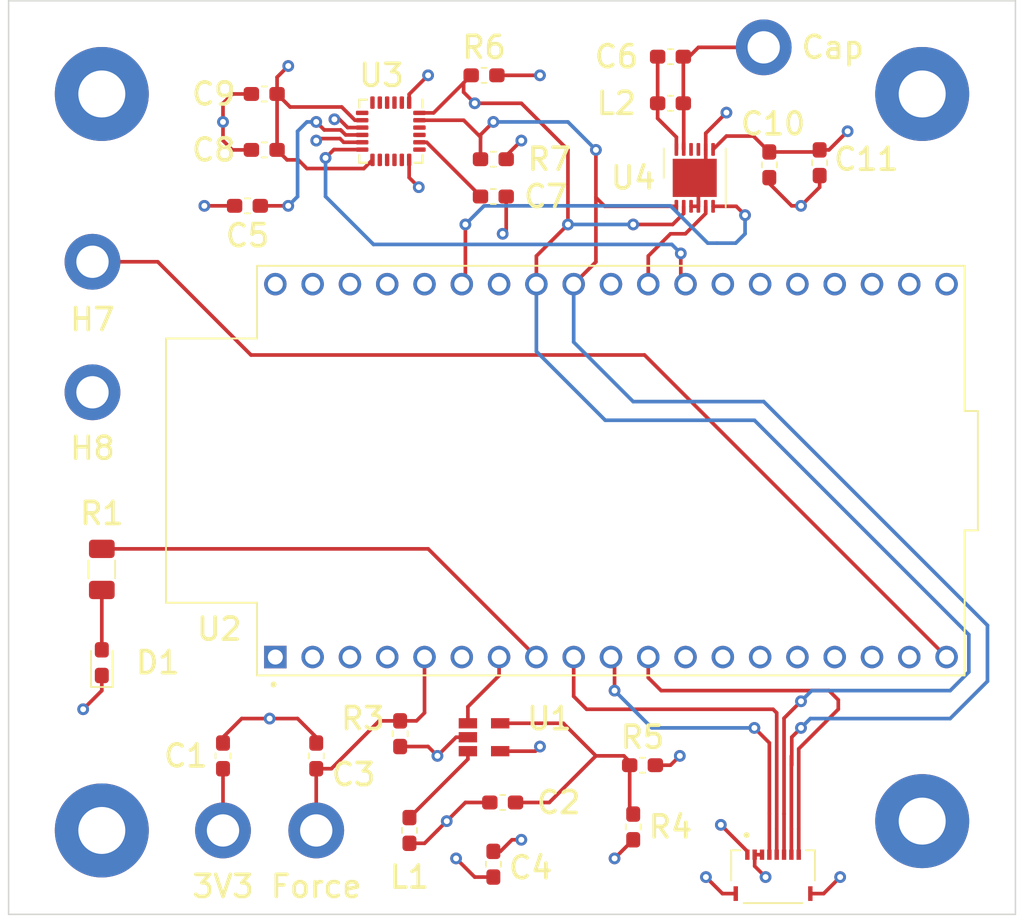
<source format=kicad_pcb>
(kicad_pcb (version 20171130) (host pcbnew "(5.1.6)-1")
  (layers (0 F.Cu signal) (1 In1.Cu signal hide) (2 In2.Cu signal hide) (31 B.Cu signal) (34 B.Paste user) (35 F.Paste user) (36 B.SilkS user) (37 F.SilkS user) (38 B.Mask user) (39 F.Mask user) (44 Edge.Cuts user))
  (net 0 "")
  (net 1 GND)
  (net 2 /ACOU_PROG)
  (net 3 /~ACOU_RST)
  (net 4 +1V8)
  (net 5 /MAIN_SDA)
  (net 6 /MAIN_SCL)
  (net 7 /ACOU_INT)
  (net 8 +3V3)
  (net 9 "Net-(C2-Pad2)")
  (net 10 "Net-(L1-Pad1)")
  (net 11 /1V8_EN)
  (net 12 "Net-(U2-Pad2)")
  (net 13 "Net-(U2-Pad3)")
  (net 14 "Net-(U2-Pad4)")
  (net 15 /FORCE_OUTPUT)
  (net 16 "Net-(U2-Pad6)")
  (net 17 /LED)
  (net 18 "Net-(U2-Pad12)")
  (net 19 "Net-(U2-Pad13)")
  (net 20 "Net-(U2-Pad15)")
  (net 21 "Net-(U2-Pad16)")
  (net 22 "Net-(U2-Pad17)")
  (net 23 "Net-(U2-Pad18)")
  (net 24 "Net-(U2-Pad20)")
  (net 25 "Net-(U2-Pad21)")
  (net 26 "Net-(U2-Pad22)")
  (net 27 "Net-(U2-Pad23)")
  (net 28 "Net-(U2-Pad24)")
  (net 29 "Net-(U2-Pad25)")
  (net 30 "Net-(U2-Pad26)")
  (net 31 /IMU_INT)
  (net 32 /CAP_INT)
  (net 33 "Net-(U2-Pad29)")
  (net 34 /CAP_SHUTDOWN)
  (net 35 "Net-(U2-Pad34)")
  (net 36 "Net-(U2-Pad35)")
  (net 37 "Net-(U2-Pad36)")
  (net 38 "Net-(U2-Pad37)")
  (net 39 "Net-(U3-Pad6)")
  (net 40 "Net-(U3-Pad7)")
  (net 41 "Net-(C5-Pad1)")
  (net 42 "Net-(C7-Pad1)")
  (net 43 "Net-(U4-Pad9)")
  (net 44 "Net-(U4-Pad10)")
  (net 45 /TO_CAP_PLATE)
  (net 46 "Net-(C6-Pad1)")
  (net 47 "Net-(H7-Pad1)")
  (net 48 "Net-(D1-Pad2)")
  (module Inductor_SMD:L_0603_1608Metric_Pad1.05x0.95mm_HandSolder (layer F.Cu) (at 155.575 102.235)
    (fp_text reference L2 (at -3.683 0) (layer F.SilkS) (effects (font (size 1.5 1.5) (thickness 0.25))))
    (fp_text value 18uH)
    (pad 2 smd roundrect (at 0.875 0) (size 1.05 0.95) (layers F.Cu F.Paste F.Mask) (net 45 /TO_CAP_PLATE))
    (pad 1 smd roundrect (at -0.875 0) (size 1.05 0.95) (layers F.Cu F.Paste F.Mask) (net 46 "Net-(C6-Pad1)"))
  )
  (module Inductor_SMD:L_0603_1608Metric_Pad1.05x0.95mm_HandSolder (layer F.Cu) (at 137.795 151.765 270)
    (fp_text reference L1 (at 3.175 0) (layer F.SilkS) (effects (font (size 1.5 1.5) (thickness 0.25))))
    (fp_text value 2.2uH)
    (pad 2 smd roundrect (at 0.875 0 270) (size 1.05 0.95) (layers F.Cu F.Paste F.Mask) (net 4 +1V8))
    (pad 1 smd roundrect (at -0.875 0 270) (size 1.05 0.95) (layers F.Cu F.Paste F.Mask) (net 10 "Net-(L1-Pad1)"))
  )
  (module MountingHole:MountingHole_2.2mm_M2_ISO14580_Pad (layer F.Cu) (at 161.925 98.425)
    (fp_text reference Cap (at 4.699 0) (layer F.SilkS) (effects (font (size 1.5 1.5) (thickness 0.25))))
    (fp_text value Solder)
    (pad 1 thru_hole circle (at 0 0) (size 3.8 3.8) (drill 2.2) (layers *.Cu *.Mask) (net 45 /TO_CAP_PLATE))
  )
  (module Capacitor_SMD:C_0603_1608Metric_Pad1.05x0.95mm_HandSolder (layer F.Cu) (at 165.735 106.285 90)
    (fp_text reference C11 (at 0.24 3.175) (layer F.SilkS) (effects (font (size 1.5 1.5) (thickness 0.25))))
    (fp_text value 1uF)
    (pad 2 smd roundrect (at 0.875 0 90) (size 1.05 0.95) (layers F.Cu F.Paste F.Mask) (net 8 +3V3))
    (pad 1 smd roundrect (at -0.875 0 90) (size 1.05 0.95) (layers F.Cu F.Paste F.Mask) (net 1 GND))
  )
  (module Capacitor_SMD:C_0603_1608Metric_Pad1.05x0.95mm_HandSolder (layer F.Cu) (at 127.903 101.6)
    (fp_text reference C9 (at -3.443 0) (layer F.SilkS) (effects (font (size 1.5 1.5) (thickness 0.25))))
    (fp_text value 10nF)
    (pad 2 smd roundrect (at 0.875 0) (size 1.05 0.95) (layers F.Cu F.Paste F.Mask) (net 8 +3V3))
    (pad 1 smd roundrect (at -0.875 0) (size 1.05 0.95) (layers F.Cu F.Paste F.Mask) (net 1 GND))
  )
  (module LED_SMD:LED_0603_1608Metric_Pad1.05x0.95mm_HandSolder (layer F.Cu) (at 116.84 140.335 90)
    (fp_text reference D1 (at 0 3.81) (layer F.SilkS) (effects (font (size 1.5 1.5) (thickness 0.25))))
    (fp_text value BLUE)
    (pad 2 smd roundrect (at 0.875 0 90) (size 1.05 0.95) (layers F.Cu F.Paste F.Mask) (net 48 "Net-(D1-Pad2)"))
    (pad 1 smd roundrect (at -0.875 0 90) (size 1.05 0.95) (layers F.Cu F.Paste F.Mask) (net 1 GND))
  )
  (module Capacitor_SMD:C_0603_1608Metric_Pad1.05x0.95mm_HandSolder (layer F.Cu) (at 127.903 105.41)
    (fp_text reference C8 (at -3.443 0) (layer F.SilkS) (effects (font (size 1.5 1.5) (thickness 0.25))))
    (fp_text value 0.1uF)
    (pad 2 smd roundrect (at 0.875 0) (size 1.05 0.95) (layers F.Cu F.Paste F.Mask) (net 8 +3V3))
    (pad 1 smd roundrect (at -0.875 0) (size 1.05 0.95) (layers F.Cu F.Paste F.Mask) (net 1 GND))
  )
  (module Capacitor_SMD:C_0603_1608Metric_Pad1.05x0.95mm_HandSolder (layer F.Cu) (at 162.306 106.426 90)
    (fp_text reference C10 (at 2.794 0.254) (layer F.SilkS) (effects (font (size 1.5 1.5) (thickness 0.25))))
    (fp_text value 0.1uF)
    (pad 2 smd roundrect (at 0.875 0 90) (size 1.05 0.95) (layers F.Cu F.Paste F.Mask) (net 8 +3V3))
    (pad 1 smd roundrect (at -0.875 0 90) (size 1.05 0.95) (layers F.Cu F.Paste F.Mask) (net 1 GND))
  )
  (module Capacitor_SMD:C_0603_1608Metric_Pad1.05x0.95mm_HandSolder (layer F.Cu) (at 143.51 108.585)
    (fp_text reference C7 (at 3.57 0) (layer F.SilkS) (effects (font (size 1.5 1.5) (thickness 0.25))))
    (fp_text value 2.2uF)
    (pad 2 smd roundrect (at 0.875 0) (size 1.05 0.95) (layers F.Cu F.Paste F.Mask) (net 1 GND))
    (pad 1 smd roundrect (at -0.875 0) (size 1.05 0.95) (layers F.Cu F.Paste F.Mask) (net 42 "Net-(C7-Pad1)"))
  )
  (module Capacitor_SMD:C_0603_1608Metric_Pad1.05x0.95mm_HandSolder (layer F.Cu) (at 155.575 99.06)
    (fp_text reference C6 (at -3.683 0) (layer F.SilkS) (effects (font (size 1.5 1.5) (thickness 0.25))))
    (fp_text value 33pF)
    (pad 2 smd roundrect (at 0.875 0) (size 1.05 0.95) (layers F.Cu F.Paste F.Mask) (net 45 /TO_CAP_PLATE))
    (pad 1 smd roundrect (at -0.875 0) (size 1.05 0.95) (layers F.Cu F.Paste F.Mask) (net 46 "Net-(C6-Pad1)"))
  )
  (module Capacitor_SMD:C_0603_1608Metric_Pad1.05x0.95mm_HandSolder (layer F.Cu) (at 126.76 109.22 180)
    (fp_text reference C5 (at 0 -2.032) (layer F.SilkS) (effects (font (size 1.5 1.5) (thickness 0.25))))
    (fp_text value 0.1uF)
    (pad 2 smd roundrect (at 0.875 0 180) (size 1.05 0.95) (layers F.Cu F.Paste F.Mask) (net 1 GND))
    (pad 1 smd roundrect (at -0.875 0 180) (size 1.05 0.95) (layers F.Cu F.Paste F.Mask) (net 41 "Net-(C5-Pad1)"))
  )
  (module Capacitor_SMD:C_0603_1608Metric_Pad1.05x0.95mm_HandSolder (layer F.Cu) (at 143.51 154.065 270)
    (fp_text reference C4 (at 0.24 -2.54 180) (layer F.SilkS) (effects (font (size 1.5 1.5) (thickness 0.25))))
    (fp_text value 22uF)
    (pad 2 smd roundrect (at 0.875 0 270) (size 1.05 0.95) (layers F.Cu F.Paste F.Mask) (net 1 GND))
    (pad 1 smd roundrect (at -0.875 0 270) (size 1.05 0.95) (layers F.Cu F.Paste F.Mask) (net 4 +1V8))
  )
  (module Capacitor_SMD:C_0603_1608Metric_Pad1.05x0.95mm_HandSolder (layer F.Cu) (at 131.445 146.685 270)
    (fp_text reference C3 (at 1.27 -2.54) (layer F.SilkS) (effects (font (size 1.5 1.5) (thickness 0.25))))
    (fp_text value 0.1uF)
    (pad 2 smd roundrect (at 0.875 0 270) (size 1.05 0.95) (layers F.Cu F.Paste F.Mask) (net 15 /FORCE_OUTPUT))
    (pad 1 smd roundrect (at -0.875 0 270) (size 1.05 0.95) (layers F.Cu F.Paste F.Mask) (net 1 GND))
  )
  (module Capacitor_SMD:C_0603_1608Metric_Pad1.05x0.95mm_HandSolder (layer F.Cu) (at 144.145 149.86)
    (fp_text reference C2 (at 3.81 0) (layer F.SilkS) (effects (font (size 1.5 1.5) (thickness 0.25))))
    (fp_text value 22pF)
    (pad 2 smd roundrect (at 0.875 0) (size 1.05 0.95) (layers F.Cu F.Paste F.Mask) (net 9 "Net-(C2-Pad2)"))
    (pad 1 smd roundrect (at -0.875 0) (size 1.05 0.95) (layers F.Cu F.Paste F.Mask) (net 4 +1V8))
  )
  (module Capacitor_SMD:C_0603_1608Metric_Pad1.05x0.95mm_HandSolder (layer F.Cu) (at 125.095 146.685 90)
    (fp_text reference C1 (at 0 -2.54) (layer F.SilkS) (effects (font (size 1.5 1.5) (thickness 0.25))))
    (fp_text value 22uF)
    (pad 2 smd roundrect (at 0.875 0 90) (size 1.05 0.95) (layers F.Cu F.Paste F.Mask) (net 1 GND))
    (pad 1 smd roundrect (at -0.875 0 90) (size 1.05 0.95) (layers F.Cu F.Paste F.Mask) (net 8 +3V3))
  )
  (module Resistor_SMD:R_0603_1608Metric_Pad1.05x0.95mm_HandSolder (layer F.Cu) (at 143.51 106.045)
    (fp_text reference R7 (at 3.81 0) (layer F.SilkS) (effects (font (size 1.5 1.5) (thickness 0.25))))
    (fp_text value 4.7k)
    (pad 2 smd roundrect (at 0.875 0) (size 1.05 0.95) (layers F.Cu F.Paste F.Mask) (net 8 +3V3))
    (pad 1 smd roundrect (at -0.875 0) (size 1.05 0.95) (layers F.Cu F.Paste F.Mask) (net 6 /MAIN_SCL))
  )
  (module Resistor_SMD:R_0603_1608Metric_Pad1.05x0.95mm_HandSolder (layer F.Cu) (at 142.875 100.33)
    (fp_text reference R6 (at 0 -1.905) (layer F.SilkS) (effects (font (size 1.5 1.5) (thickness 0.25))))
    (fp_text value 4.7k)
    (pad 2 smd roundrect (at 0.875 0) (size 1.05 0.95) (layers F.Cu F.Paste F.Mask) (net 8 +3V3))
    (pad 1 smd roundrect (at -0.875 0) (size 1.05 0.95) (layers F.Cu F.Paste F.Mask) (net 5 /MAIN_SDA))
  )
  (module Resistor_SMD:R_0603_1608Metric_Pad1.05x0.95mm_HandSolder (layer F.Cu) (at 153.67 147.32 180)
    (fp_text reference R5 (at 0 1.905) (layer F.SilkS) (effects (font (size 1.5 1.5) (thickness 0.25))))
    (fp_text value 150k)
    (pad 2 smd roundrect (at 0.875 0 180) (size 1.05 0.95) (layers F.Cu F.Paste F.Mask) (net 9 "Net-(C2-Pad2)"))
    (pad 1 smd roundrect (at -0.875 0 180) (size 1.05 0.95) (layers F.Cu F.Paste F.Mask) (net 1 GND))
  )
  (module Resistor_SMD:R_0603_1608Metric_Pad1.05x0.95mm_HandSolder (layer F.Cu) (at 153.035 151.525 270)
    (fp_text reference R4 (at 0 -2.54) (layer F.SilkS) (effects (font (size 1.5 1.5) (thickness 0.25))))
    (fp_text value 300k)
    (pad 2 smd roundrect (at 0.875 0 270) (size 1.05 0.95) (layers F.Cu F.Paste F.Mask) (net 4 +1V8))
    (pad 1 smd roundrect (at -0.875 0 270) (size 1.05 0.95) (layers F.Cu F.Paste F.Mask) (net 9 "Net-(C2-Pad2)"))
  )
  (module Resistor_SMD:R_0603_1608Metric_Pad1.05x0.95mm_HandSolder (layer F.Cu) (at 137.16 145.175 270)
    (fp_text reference R3 (at -1.03 2.54) (layer F.SilkS) (effects (font (size 1.5 1.5) (thickness 0.25))))
    (fp_text value 200k)
    (pad 2 smd roundrect (at 0.875 0 270) (size 1.05 0.95) (layers F.Cu F.Paste F.Mask) (net 1 GND))
    (pad 1 smd roundrect (at -0.875 0 270) (size 1.05 0.95) (layers F.Cu F.Paste F.Mask) (net 15 /FORCE_OUTPUT))
  )
  (module Resistor_SMD:R_1206_3216Metric (layer F.Cu) (at 116.84 133.985 90)
    (fp_text reference R1 (at 3.81 0) (layer F.SilkS) (effects (font (size 1.5 1.5) (thickness 0.25))))
    (fp_text value 80)
    (pad 2 smd roundrect (at 1.4 0 90) (size 1.25 1.75) (layers F.Cu F.Paste F.Mask) (roundrect_rratio 0.2) (net 17 /LED))
    (pad 1 smd roundrect (at -1.4 0 90) (size 1.25 1.75) (layers F.Cu F.Paste F.Mask) (roundrect_rratio 0.2) (net 48 "Net-(D1-Pad2)"))
  )
  (module MountingHole:MountingHole_2.2mm_M2_ISO14580_Pad (layer F.Cu) (at 116.205 121.92)
    (fp_text reference H8 (at 0 3.81) (layer F.SilkS) (effects (font (size 1.5 1.5) (thickness 0.25))))
    (fp_text value Solder)
    (pad 1 thru_hole circle (at 0 0) (size 3.8 3.8) (drill 2.2) (layers *.Cu *.Mask) (net 1 GND))
  )
  (module MountingHole:MountingHole_2.2mm_M2_ISO14580_Pad (layer F.Cu) (at 116.205 113.03)
    (fp_text reference H7 (at 0 3.937) (layer F.SilkS) (effects (font (size 1.5 1.5) (thickness 0.25))))
    (fp_text value "Solder (5V)")
    (pad 1 thru_hole circle (at 0 0) (size 3.8 3.8) (drill 2.2) (layers *.Cu *.Mask) (net 47 "Net-(H7-Pad1)"))
  )
  (module MountingHole:MountingHole_2.2mm_M2_ISO14580_Pad (layer F.Cu) (at 131.445 151.765)
    (fp_text reference Force (at 0 3.81) (layer F.SilkS) (effects (font (size 1.5 1.5) (thickness 0.25))))
    (fp_text value Solder)
    (pad 1 thru_hole circle (at 0 0) (size 3.8 3.8) (drill 2.2) (layers *.Cu *.Mask) (net 15 /FORCE_OUTPUT))
  )
  (module MountingHole:MountingHole_2.2mm_M2_ISO14580_Pad (layer F.Cu) (at 125.095 151.765)
    (fp_text reference 3V3 (at 0 3.81) (layer F.SilkS) (effects (font (size 1.5 1.5) (thickness 0.25))))
    (fp_text value Solder)
    (pad 1 thru_hole circle (at 0 0) (size 3.8 3.8) (drill 2.2) (layers *.Cu *.Mask) (net 8 +3V3))
  )
  (module MountingHole:MountingHole_3.2mm_M3_Pad (layer F.Cu) (at 116.84 101.6)
    (fp_text reference H1 hide)
    (fp_text value MountingHole_Pad)
    (pad 1 thru_hole circle (at 0 0) (size 6.4 6.4) (drill 3.2) (layers *.Cu *.Mask) (net 1 GND))
  )
  (module MountingHole:MountingHole_3.2mm_M3_Pad (layer F.Cu) (at 172.72 101.6)
    (fp_text reference H2 hide)
    (fp_text value MountingHole_Pad)
    (pad 1 thru_hole circle (at 0 0) (size 6.4 6.4) (drill 3.2) (layers *.Cu *.Mask) (net 1 GND))
  )
  (module MountingHole:MountingHole_3.2mm_M3_Pad (layer F.Cu) (at 172.72 151.13)
    (fp_text reference H3 hide)
    (fp_text value MountingHole_Pad)
    (pad 1 thru_hole circle (at 0 0) (size 6.4 6.4) (drill 3.2) (layers *.Cu *.Mask) (net 1 GND))
  )
  (module MountingHole:MountingHole_3.2mm_M3_Pad (layer F.Cu) (at 116.84 151.765)
    (fp_text reference H4 hide)
    (fp_text value MountingHole_Pad)
    (pad 1 thru_hole circle (at 0 0) (size 6.4 6.4) (drill 3.2) (layers *.Cu *.Mask) (net 1 GND))
  )
  (module external_footprints:MOLEX_5034800800 (layer F.Cu) (at 162.56 153.416)
    (fp_text reference J1 hide)
    (fp_text value 5034800800)
    (pad 5 smd rect (at 0.25 0) (size 0.3 0.7) (layers F.Cu F.Paste F.Mask) (net 2 /ACOU_PROG))
    (pad 4 smd rect (at -0.25 0) (size 0.3 0.7) (layers F.Cu F.Paste F.Mask) (net 3 /~ACOU_RST))
    (pad 3 smd rect (at -0.75 0) (size 0.3 0.7) (layers F.Cu F.Paste F.Mask) (net 1 GND))
    (pad 2 smd rect (at -1.25 0) (size 0.3 0.7) (layers F.Cu F.Paste F.Mask) (net 1 GND))
    (pad 1 smd rect (at -1.75 0) (size 0.3 0.7) (layers F.Cu F.Paste F.Mask) (net 4 +1V8))
    (pad 6 smd rect (at 0.75 0) (size 0.3 0.7) (layers F.Cu F.Paste F.Mask) (net 5 /MAIN_SDA))
    (pad 7 smd rect (at 1.25 0) (size 0.3 0.7) (layers F.Cu F.Paste F.Mask) (net 6 /MAIN_SCL))
    (pad 8 smd rect (at 1.75 0) (size 0.3 0.7) (layers F.Cu F.Paste F.Mask) (net 7 /ACOU_INT))
    (pad S1 smd rect (at -2.54 2.65) (size 0.3 1) (layers F.Cu F.Paste F.Mask) (net 1 GND))
    (pad S2 smd rect (at 2.54 2.65) (size 0.3 1) (layers F.Cu F.Paste F.Mask) (net 1 GND))
  )
  (module TSOT25:TSOT25 (layer F.Cu) (at 142.875 145.415 180)
    (fp_text reference U1 (at -4.445 1.27) (layer F.SilkS) (effects (font (size 1.5 1.5) (thickness 0.25))))
    (fp_text value AP3429A)
    (pad 4 smd rect (at -1.1 -0.95 180) (size 1.25 0.7) (layers F.Cu F.Paste F.Mask) (net 8 +3V3))
    (pad 5 smd rect (at -1.1 0.95 180) (size 1.25 0.7) (layers F.Cu F.Paste F.Mask) (net 9 "Net-(C2-Pad2)"))
    (pad 3 smd rect (at 1.1 -0.95 180) (size 1.25 0.7) (layers F.Cu F.Paste F.Mask) (net 10 "Net-(L1-Pad1)"))
    (pad 2 smd rect (at 1.1 0 180) (size 1.25 0.7) (layers F.Cu F.Paste F.Mask) (net 1 GND))
    (pad 1 smd rect (at 1.1 0.95 180) (size 1.25 0.7) (layers F.Cu F.Paste F.Mask) (net 11 /1V8_EN))
  )
  (module external_footprints:MODULE_ESP32-DEVKITC (layer F.Cu) (at 151.511 127.254 90)
    (fp_text reference U2 (at -10.795 -26.67 180) (layer F.SilkS) (effects (font (size 1.5 1.5) (thickness 0.25))))
    (fp_text value ESP32-DEVKITC)
    (pad 1 thru_hole rect (at -12.7 -22.85 90) (size 1.53 1.53) (drill 1.02) (layers *.Cu *.Mask) (net 8 +3V3))
    (pad 2 thru_hole circle (at -12.7 -20.31 90) (size 1.53 1.53) (drill 1.02) (layers *.Cu *.Mask) (net 12 "Net-(U2-Pad2)"))
    (pad 3 thru_hole circle (at -12.7 -17.77 90) (size 1.53 1.53) (drill 1.02) (layers *.Cu *.Mask) (net 13 "Net-(U2-Pad3)"))
    (pad 4 thru_hole circle (at -12.7 -15.23 90) (size 1.53 1.53) (drill 1.02) (layers *.Cu *.Mask) (net 14 "Net-(U2-Pad4)"))
    (pad 5 thru_hole circle (at -12.7 -12.69 90) (size 1.53 1.53) (drill 1.02) (layers *.Cu *.Mask) (net 15 /FORCE_OUTPUT))
    (pad 6 thru_hole circle (at -12.7 -10.15 90) (size 1.53 1.53) (drill 1.02) (layers *.Cu *.Mask) (net 16 "Net-(U2-Pad6)"))
    (pad 7 thru_hole circle (at -12.7 -7.61 90) (size 1.53 1.53) (drill 1.02) (layers *.Cu *.Mask) (net 11 /1V8_EN))
    (pad 8 thru_hole circle (at -12.7 -5.07 90) (size 1.53 1.53) (drill 1.02) (layers *.Cu *.Mask) (net 17 /LED))
    (pad 9 thru_hole circle (at -12.7 -2.53 90) (size 1.53 1.53) (drill 1.02) (layers *.Cu *.Mask) (net 2 /ACOU_PROG))
    (pad 10 thru_hole circle (at -12.7 0.01 90) (size 1.53 1.53) (drill 1.02) (layers *.Cu *.Mask) (net 3 /~ACOU_RST))
    (pad 11 thru_hole circle (at -12.7 2.55 90) (size 1.53 1.53) (drill 1.02) (layers *.Cu *.Mask) (net 7 /ACOU_INT))
    (pad 12 thru_hole circle (at -12.7 5.09 90) (size 1.53 1.53) (drill 1.02) (layers *.Cu *.Mask) (net 18 "Net-(U2-Pad12)"))
    (pad 13 thru_hole circle (at -12.7 7.63 90) (size 1.53 1.53) (drill 1.02) (layers *.Cu *.Mask) (net 19 "Net-(U2-Pad13)"))
    (pad 14 thru_hole circle (at -12.7 10.17 90) (size 1.53 1.53) (drill 1.02) (layers *.Cu *.Mask) (net 1 GND))
    (pad 15 thru_hole circle (at -12.7 12.71 90) (size 1.53 1.53) (drill 1.02) (layers *.Cu *.Mask) (net 20 "Net-(U2-Pad15)"))
    (pad 16 thru_hole circle (at -12.7 15.25 90) (size 1.53 1.53) (drill 1.02) (layers *.Cu *.Mask) (net 21 "Net-(U2-Pad16)"))
    (pad 17 thru_hole circle (at -12.7 17.79 90) (size 1.53 1.53) (drill 1.02) (layers *.Cu *.Mask) (net 22 "Net-(U2-Pad17)"))
    (pad 18 thru_hole circle (at -12.7 20.33 90) (size 1.53 1.53) (drill 1.02) (layers *.Cu *.Mask) (net 23 "Net-(U2-Pad18)"))
    (pad 19 thru_hole circle (at -12.7 22.87 90) (size 1.53 1.53) (drill 1.02) (layers *.Cu *.Mask) (net 47 "Net-(H7-Pad1)"))
    (pad 20 thru_hole circle (at 12.7 22.87 90) (size 1.53 1.53) (drill 1.02) (layers *.Cu *.Mask) (net 24 "Net-(U2-Pad20)"))
    (pad 21 thru_hole circle (at 12.7 20.33 90) (size 1.53 1.53) (drill 1.02) (layers *.Cu *.Mask) (net 25 "Net-(U2-Pad21)"))
    (pad 22 thru_hole circle (at 12.7 17.79 90) (size 1.53 1.53) (drill 1.02) (layers *.Cu *.Mask) (net 26 "Net-(U2-Pad22)"))
    (pad 23 thru_hole circle (at 12.7 15.25 90) (size 1.53 1.53) (drill 1.02) (layers *.Cu *.Mask) (net 27 "Net-(U2-Pad23)"))
    (pad 24 thru_hole circle (at 12.7 12.71 90) (size 1.53 1.53) (drill 1.02) (layers *.Cu *.Mask) (net 28 "Net-(U2-Pad24)"))
    (pad 25 thru_hole circle (at 12.7 10.17 90) (size 1.53 1.53) (drill 1.02) (layers *.Cu *.Mask) (net 29 "Net-(U2-Pad25)"))
    (pad 26 thru_hole circle (at 12.7 7.63 90) (size 1.53 1.53) (drill 1.02) (layers *.Cu *.Mask) (net 30 "Net-(U2-Pad26)"))
    (pad 27 thru_hole circle (at 12.7 5.09 90) (size 1.53 1.53) (drill 1.02) (layers *.Cu *.Mask) (net 31 /IMU_INT))
    (pad 28 thru_hole circle (at 12.7 2.55 90) (size 1.53 1.53) (drill 1.02) (layers *.Cu *.Mask) (net 32 /CAP_INT))
    (pad 29 thru_hole circle (at 12.7 0.01 90) (size 1.53 1.53) (drill 1.02) (layers *.Cu *.Mask) (net 33 "Net-(U2-Pad29)"))
    (pad 30 thru_hole circle (at 12.7 -2.53 90) (size 1.53 1.53) (drill 1.02) (layers *.Cu *.Mask) (net 6 /MAIN_SCL))
    (pad 31 thru_hole circle (at 12.7 -5.07 90) (size 1.53 1.53) (drill 1.02) (layers *.Cu *.Mask) (net 5 /MAIN_SDA))
    (pad 32 thru_hole circle (at 12.7 -7.61 90) (size 1.53 1.53) (drill 1.02) (layers *.Cu *.Mask) (net 1 GND))
    (pad 33 thru_hole circle (at 12.7 -10.15 90) (size 1.53 1.53) (drill 1.02) (layers *.Cu *.Mask) (net 34 /CAP_SHUTDOWN))
    (pad 34 thru_hole circle (at 12.7 -12.69 90) (size 1.53 1.53) (drill 1.02) (layers *.Cu *.Mask) (net 35 "Net-(U2-Pad34)"))
    (pad 35 thru_hole circle (at 12.7 -15.23 90) (size 1.53 1.53) (drill 1.02) (layers *.Cu *.Mask) (net 36 "Net-(U2-Pad35)"))
    (pad 36 thru_hole circle (at 12.7 -17.77 90) (size 1.53 1.53) (drill 1.02) (layers *.Cu *.Mask) (net 37 "Net-(U2-Pad36)"))
    (pad 37 thru_hole circle (at 12.7 -20.31 90) (size 1.53 1.53) (drill 1.02) (layers *.Cu *.Mask) (net 38 "Net-(U2-Pad37)"))
    (pad 38 thru_hole circle (at 12.7 -22.85 90) (size 1.53 1.53) (drill 1.02) (layers *.Cu *.Mask) (net 1 GND))
  )
  (module Sensor_Motion:InvenSense_QFN-24_4x4mm_P0.5mm (layer F.Cu) (at 136.525 104.14 270)
    (fp_text reference U3 (at -3.81 0.635) (layer F.SilkS) (effects (font (size 1.5 1.5) (thickness 0.25))))
    (fp_text value MPU-6050)
    (pad 1 smd roundrect (at -1.95 -1.25 270) (size 0.85 0.3) (layers F.Cu F.Paste F.Mask) (net 1 GND))
    (pad 2 smd roundrect (at -1.95 -0.75 270) (size 0.85 0.3) (layers F.Cu F.Paste F.Mask))
    (pad 3 smd roundrect (at -1.95 -0.25 270) (size 0.85 0.3) (layers F.Cu F.Paste F.Mask))
    (pad 4 smd roundrect (at -1.95 0.25 270) (size 0.85 0.3) (layers F.Cu F.Paste F.Mask))
    (pad 5 smd roundrect (at -1.95 0.75 270) (size 0.85 0.3) (layers F.Cu F.Paste F.Mask))
    (pad 6 smd roundrect (at -1.95 1.25 270) (size 0.85 0.3) (layers F.Cu F.Paste F.Mask) (net 39 "Net-(U3-Pad6)"))
    (pad 7 smd roundrect (at -1.25 1.95) (size 0.85 0.3) (layers F.Cu F.Paste F.Mask) (net 40 "Net-(U3-Pad7)"))
    (pad 8 smd roundrect (at -0.75 1.95) (size 0.85 0.3) (layers F.Cu F.Paste F.Mask) (net 8 +3V3))
    (pad 9 smd roundrect (at -0.25 1.95) (size 0.85 0.3) (layers F.Cu F.Paste F.Mask) (net 1 GND))
    (pad 10 smd roundrect (at 0.25 1.95) (size 0.85 0.3) (layers F.Cu F.Paste F.Mask) (net 41 "Net-(C5-Pad1)"))
    (pad 11 smd roundrect (at 0.75 1.95) (size 0.85 0.3) (layers F.Cu F.Paste F.Mask) (net 1 GND))
    (pad 12 smd roundrect (at 1.25 1.95) (size 0.85 0.3) (layers F.Cu F.Paste F.Mask) (net 31 /IMU_INT))
    (pad 13 smd roundrect (at 1.95 1.25 270) (size 0.85 0.3) (layers F.Cu F.Paste F.Mask) (net 8 +3V3))
    (pad 14 smd roundrect (at 1.95 0.75 270) (size 0.85 0.3) (layers F.Cu F.Paste F.Mask))
    (pad 15 smd roundrect (at 1.95 0.25 270) (size 0.85 0.3) (layers F.Cu F.Paste F.Mask))
    (pad 16 smd roundrect (at 1.95 -0.25 270) (size 0.85 0.3) (layers F.Cu F.Paste F.Mask))
    (pad 17 smd roundrect (at 1.95 -0.75 270) (size 0.85 0.3) (layers F.Cu F.Paste F.Mask))
    (pad 18 smd roundrect (at 1.95 -1.25 270) (size 0.85 0.3) (layers F.Cu F.Paste F.Mask) (net 1 GND))
    (pad 19 smd roundrect (at 1.25 -1.95) (size 0.85 0.3) (layers F.Cu F.Paste F.Mask))
    (pad 20 smd roundrect (at 0.75 -1.95) (size 0.85 0.3) (layers F.Cu F.Paste F.Mask) (net 42 "Net-(C7-Pad1)"))
    (pad 21 smd roundrect (at 0.25 -1.95) (size 0.85 0.3) (layers F.Cu F.Paste F.Mask))
    (pad 22 smd roundrect (at -0.25 -1.95) (size 0.85 0.3) (layers F.Cu F.Paste F.Mask))
    (pad 23 smd roundrect (at -0.75 -1.95) (size 0.85 0.3) (layers F.Cu F.Paste F.Mask) (net 6 /MAIN_SCL))
    (pad 24 smd roundrect (at -1.25 -1.95) (size 0.85 0.3) (layers F.Cu F.Paste F.Mask) (net 5 /MAIN_SDA))
  )
  (module Package_SON:WSON-12-1EP_4x4mm_P0.5mm_EP2.6x3mm (layer F.Cu) (at 157.226 107.315 90)
    (fp_text reference U4 (at 0 -4.191) (layer F.SilkS) (effects (font (size 1.5 1.5) (thickness 0.25))))
    (fp_text value FDC2212)
    (pad 1 smd roundrect (at -1.9375 -1.25 90) (size 0.875 0.25) (layers F.Cu F.Paste F.Mask) (net 6 /MAIN_SCL))
    (pad 2 smd roundrect (at -1.9375 -0.75 90) (size 0.875 0.25) (layers F.Cu F.Paste F.Mask) (net 5 /MAIN_SDA))
    (pad 3 smd roundrect (at -1.9375 -0.25 90) (size 0.875 0.25) (layers F.Cu F.Paste F.Mask) (net 1 GND))
    (pad 4 smd roundrect (at -1.9375 0.25 90) (size 0.875 0.25) (layers F.Cu F.Paste F.Mask) (net 1 GND))
    (pad 5 smd roundrect (at -1.9375 0.75 90) (size 0.875 0.25) (layers F.Cu F.Paste F.Mask) (net 32 /CAP_INT))
    (pad 6 smd roundrect (at -1.9375 1.25 90) (size 0.875 0.25) (layers F.Cu F.Paste F.Mask) (net 34 /CAP_SHUTDOWN))
    (pad 7 smd roundrect (at 1.9375 1.25 90) (size 0.875 0.25) (layers F.Cu F.Paste F.Mask) (net 8 +3V3))
    (pad 8 smd roundrect (at 1.9375 0.75 90) (size 0.875 0.25) (layers F.Cu F.Paste F.Mask) (net 1 GND))
    (pad 9 smd roundrect (at 1.9375 0.25 90) (size 0.875 0.25) (layers F.Cu F.Paste F.Mask) (net 43 "Net-(U4-Pad9)"))
    (pad 10 smd roundrect (at 1.9375 -0.25 90) (size 0.875 0.25) (layers F.Cu F.Paste F.Mask) (net 44 "Net-(U4-Pad10)"))
    (pad 11 smd roundrect (at 1.9375 -0.75 90) (size 0.875 0.25) (layers F.Cu F.Paste F.Mask) (net 45 /TO_CAP_PLATE))
    (pad 12 smd roundrect (at 1.9375 -1.25 90) (size 0.875 0.25) (layers F.Cu F.Paste F.Mask) (net 46 "Net-(C6-Pad1)"))
    (pad 13 smd rect (at 0 0 90) (size 2.6 3) (layers F.Cu F.Mask) (net 1 GND))
  )
  (gr_line (start 179.07 95.25) (end 179.07 157.48) (layer Edge.Cuts) (width 0.1))
  (gr_line (start 110.49 95.25) (end 179.07 95.25) (layer Edge.Cuts) (width 0.1))
  (gr_line (start 110.49 157.48) (end 110.49 95.25) (layer Edge.Cuts) (width 0.1))
  (gr_line (start 179.07 157.48) (end 110.49 157.48) (layer Edge.Cuts) (width 0.1))
  (segment (start 127.028 105.41) (end 127 105.41) (width 0.25) (layer F.Cu) (net 1))
  (segment (start 137.775 102.19) (end 137.775 101.62) (width 0.25) (layer F.Cu) (net 1))
  (via (at 139.065 100.33) (size 0.8) (drill 0.4) (layers F.Cu B.Cu) (net 1))
  (segment (start 137.775 101.62) (end 139.065 100.33) (width 0.25) (layer F.Cu) (net 1))
  (segment (start 131.580001 104.639999) (end 131.445 104.775) (width 0.25) (layer F.Cu) (net 1))
  (via (at 131.445 104.775) (size 0.8) (drill 0.4) (layers F.Cu B.Cu) (net 1))
  (segment (start 134.575 104.89) (end 133.313002 104.89) (width 0.25) (layer F.Cu) (net 1))
  (segment (start 133.063001 104.639999) (end 131.580001 104.639999) (width 0.25) (layer F.Cu) (net 1))
  (segment (start 133.313002 104.89) (end 133.063001 104.639999) (width 0.25) (layer F.Cu) (net 1))
  (via (at 132.684364 103.324999) (size 0.8) (drill 0.4) (layers F.Cu B.Cu) (net 1))
  (segment (start 133.020821 103.324999) (end 132.684364 103.324999) (width 0.25) (layer F.Cu) (net 1))
  (segment (start 134.575 103.89) (end 133.585822 103.89) (width 0.25) (layer F.Cu) (net 1))
  (segment (start 133.585822 103.89) (end 133.020821 103.324999) (width 0.25) (layer F.Cu) (net 1))
  (via (at 125.095 103.505) (size 0.8) (drill 0.4) (layers F.Cu B.Cu) (net 1))
  (segment (start 127.028 105.41) (end 125.73 105.41) (width 0.25) (layer F.Cu) (net 1))
  (segment (start 125.095 104.775) (end 125.095 103.505) (width 0.25) (layer F.Cu) (net 1))
  (segment (start 125.73 105.41) (end 125.095 104.775) (width 0.25) (layer F.Cu) (net 1))
  (via (at 123.825 109.22) (size 0.8) (drill 0.4) (layers F.Cu B.Cu) (net 1))
  (segment (start 125.885 109.22) (end 123.825 109.22) (width 0.25) (layer F.Cu) (net 1))
  (segment (start 137.775 106.09) (end 137.775 107.295) (width 0.25) (layer F.Cu) (net 1))
  (via (at 138.43 107.95) (size 0.8) (drill 0.4) (layers F.Cu B.Cu) (net 1))
  (segment (start 137.775 107.295) (end 138.43 107.95) (width 0.25) (layer F.Cu) (net 1))
  (via (at 144.145 111.125) (size 0.8) (drill 0.4) (layers F.Cu B.Cu) (net 1))
  (segment (start 144.385 108.585) (end 144.385 110.885) (width 0.25) (layer F.Cu) (net 1))
  (segment (start 144.385 110.885) (end 144.145 111.125) (width 0.25) (layer F.Cu) (net 1))
  (segment (start 158.02599 104.22901) (end 159.385 102.87) (width 0.25) (layer F.Cu) (net 1))
  (via (at 159.385 102.87) (size 0.8) (drill 0.4) (layers F.Cu B.Cu) (net 1))
  (segment (start 157.976 104.279) (end 158.02599 104.22901) (width 0.25) (layer F.Cu) (net 1))
  (segment (start 157.976 105.3775) (end 157.976 104.279) (width 0.25) (layer F.Cu) (net 1))
  (segment (start 156.976 109.2525) (end 157.476 109.2525) (width 0.25) (layer F.Cu) (net 1))
  (segment (start 162.306 107.301) (end 162.306 107.696) (width 0.25) (layer F.Cu) (net 1))
  (via (at 164.465 109.22) (size 0.8) (drill 0.4) (layers F.Cu B.Cu) (net 1))
  (segment (start 162.306 107.696) (end 163.83 109.22) (width 0.25) (layer F.Cu) (net 1))
  (segment (start 163.83 109.22) (end 164.465 109.22) (width 0.25) (layer F.Cu) (net 1))
  (segment (start 165.735 107.95) (end 164.465 109.22) (width 0.25) (layer F.Cu) (net 1))
  (segment (start 165.735 107.16) (end 165.735 107.95) (width 0.25) (layer F.Cu) (net 1))
  (segment (start 157.976 106.565) (end 157.976 105.3775) (width 0.25) (layer F.Cu) (net 1))
  (segment (start 157.226 107.315) (end 157.976 106.565) (width 0.25) (layer F.Cu) (net 1))
  (segment (start 157.476 107.565) (end 157.226 107.315) (width 0.25) (layer F.Cu) (net 1))
  (segment (start 157.476 109.2525) (end 157.476 107.565) (width 0.25) (layer F.Cu) (net 1))
  (segment (start 141.775 145.415) (end 140.97 145.415) (width 0.25) (layer F.Cu) (net 1))
  (via (at 139.7 146.685) (size 0.8) (drill 0.4) (layers F.Cu B.Cu) (net 1))
  (segment (start 140.97 145.415) (end 139.7 146.685) (width 0.25) (layer F.Cu) (net 1))
  (segment (start 139.065 146.05) (end 139.7 146.685) (width 0.25) (layer F.Cu) (net 1))
  (segment (start 137.16 146.05) (end 139.065 146.05) (width 0.25) (layer F.Cu) (net 1))
  (via (at 115.57 143.51) (size 0.8) (drill 0.4) (layers F.Cu B.Cu) (net 1))
  (segment (start 116.84 141.21) (end 116.84 142.24) (width 0.25) (layer F.Cu) (net 1))
  (segment (start 116.84 142.24) (end 115.57 143.51) (width 0.25) (layer F.Cu) (net 1))
  (segment (start 125.095 145.81) (end 125.095 145.415) (width 0.25) (layer F.Cu) (net 1))
  (segment (start 125.095 145.415) (end 126.365 144.145) (width 0.25) (layer F.Cu) (net 1))
  (via (at 128.27 144.145) (size 0.8) (drill 0.4) (layers F.Cu B.Cu) (net 1))
  (segment (start 126.365 144.145) (end 128.27 144.145) (width 0.25) (layer F.Cu) (net 1))
  (segment (start 131.445 145.81) (end 131.445 145.415) (width 0.25) (layer F.Cu) (net 1))
  (segment (start 130.175 144.145) (end 128.27 144.145) (width 0.25) (layer F.Cu) (net 1))
  (segment (start 131.445 145.415) (end 130.175 144.145) (width 0.25) (layer F.Cu) (net 1))
  (segment (start 143.51 154.94) (end 142.24 154.94) (width 0.25) (layer F.Cu) (net 1))
  (via (at 140.97 153.67) (size 0.8) (drill 0.4) (layers F.Cu B.Cu) (net 1))
  (segment (start 142.24 154.94) (end 140.97 153.67) (width 0.25) (layer F.Cu) (net 1))
  (via (at 156.21 146.685) (size 0.8) (drill 0.4) (layers F.Cu B.Cu) (net 1))
  (segment (start 154.545 147.32) (end 155.575 147.32) (width 0.25) (layer F.Cu) (net 1))
  (segment (start 155.575 147.32) (end 156.21 146.685) (width 0.25) (layer F.Cu) (net 1))
  (segment (start 127.028 101.6) (end 125.73 101.6) (width 0.25) (layer F.Cu) (net 1))
  (segment (start 125.095 102.235) (end 125.095 103.505) (width 0.25) (layer F.Cu) (net 1))
  (segment (start 125.73 101.6) (end 125.095 102.235) (width 0.25) (layer F.Cu) (net 1))
  (segment (start 161.31 153.416) (end 161.81 153.416) (width 0.25) (layer F.Cu) (net 1))
  (via (at 162.052 154.94) (size 0.8) (drill 0.4) (layers F.Cu B.Cu) (net 1))
  (segment (start 161.31 153.416) (end 161.31 154.198) (width 0.25) (layer F.Cu) (net 1))
  (segment (start 161.31 154.198) (end 162.052 154.94) (width 0.25) (layer F.Cu) (net 1))
  (via (at 167.132 154.94) (size 0.8) (drill 0.4) (layers F.Cu B.Cu) (net 1))
  (segment (start 165.1 156.066) (end 166.006 156.066) (width 0.25) (layer F.Cu) (net 1))
  (segment (start 166.006 156.066) (end 167.132 154.94) (width 0.25) (layer F.Cu) (net 1))
  (via (at 157.988 154.94) (size 0.8) (drill 0.4) (layers F.Cu B.Cu) (net 1))
  (segment (start 160.02 156.066) (end 159.114 156.066) (width 0.25) (layer F.Cu) (net 1))
  (segment (start 159.114 156.066) (end 157.988 154.94) (width 0.25) (layer F.Cu) (net 1))
  (segment (start 162.81 151.642) (end 162.81 153.416) (width 0.25) (layer F.Cu) (net 2))
  (segment (start 148.981 142.631) (end 149.86 143.51) (width 0.25) (layer F.Cu) (net 2))
  (segment (start 148.981 139.954) (end 148.981 142.631) (width 0.25) (layer F.Cu) (net 2))
  (segment (start 149.86 143.51) (end 162.56 143.51) (width 0.25) (layer F.Cu) (net 2))
  (segment (start 162.56 143.51) (end 162.81 143.76) (width 0.25) (layer F.Cu) (net 2))
  (segment (start 162.81 143.76) (end 162.81 151.642) (width 0.25) (layer F.Cu) (net 2))
  (via (at 161.29 144.78) (size 0.8) (drill 0.4) (layers F.Cu B.Cu) (net 3))
  (via (at 151.765 142.24) (size 0.8) (drill 0.4) (layers F.Cu B.Cu) (net 3))
  (segment (start 161.29 144.78) (end 154.305 144.78) (width 0.25) (layer B.Cu) (net 3))
  (segment (start 154.305 144.78) (end 151.765 142.24) (width 0.25) (layer B.Cu) (net 3))
  (segment (start 151.765 140.198) (end 151.521 139.954) (width 0.25) (layer F.Cu) (net 3))
  (segment (start 151.765 142.24) (end 151.765 140.198) (width 0.25) (layer F.Cu) (net 3))
  (segment (start 162.31 150.626) (end 162.31 153.416) (width 0.25) (layer F.Cu) (net 3))
  (segment (start 161.29 144.78) (end 162.31 145.8) (width 0.25) (layer F.Cu) (net 3))
  (segment (start 162.31 145.8) (end 162.31 150.626) (width 0.25) (layer F.Cu) (net 3))
  (segment (start 143.27 149.86) (end 142.875 149.86) (width 0.25) (layer F.Cu) (net 4))
  (via (at 140.335 151.13) (size 0.8) (drill 0.4) (layers F.Cu B.Cu) (net 4))
  (segment (start 137.795 152.64) (end 138.825 152.64) (width 0.25) (layer F.Cu) (net 4))
  (segment (start 138.825 152.64) (end 139.7 151.765) (width 0.25) (layer F.Cu) (net 4))
  (via (at 151.765 153.67) (size 0.8) (drill 0.4) (layers F.Cu B.Cu) (net 4))
  (segment (start 153.035 152.4) (end 151.765 153.67) (width 0.25) (layer F.Cu) (net 4))
  (segment (start 143.27 149.86) (end 141.605 149.86) (width 0.25) (layer F.Cu) (net 4))
  (segment (start 141.605 149.86) (end 140.335 151.13) (width 0.25) (layer F.Cu) (net 4))
  (segment (start 139.7 151.765) (end 140.335 151.13) (width 0.25) (layer F.Cu) (net 4))
  (segment (start 143.51 153.19) (end 143.99 153.19) (width 0.25) (layer F.Cu) (net 4))
  (via (at 145.415 152.4) (size 0.8) (drill 0.4) (layers F.Cu B.Cu) (net 4))
  (segment (start 143.99 153.19) (end 144.78 152.4) (width 0.25) (layer F.Cu) (net 4))
  (segment (start 144.78 152.4) (end 145.415 152.4) (width 0.25) (layer F.Cu) (net 4))
  (via (at 159.004 151.384) (size 0.8) (drill 0.4) (layers F.Cu B.Cu) (net 4))
  (segment (start 160.81 153.416) (end 160.81 153.19) (width 0.25) (layer F.Cu) (net 4))
  (segment (start 160.81 153.19) (end 159.004 151.384) (width 0.25) (layer F.Cu) (net 4))
  (segment (start 138.475 102.89) (end 139.44 102.89) (width 0.25) (layer F.Cu) (net 5))
  (segment (start 141.485 101.48) (end 142.24 102.235) (width 0.25) (layer F.Cu) (net 5))
  (via (at 142.24 102.235) (size 0.8) (drill 0.4) (layers F.Cu B.Cu) (net 5))
  (segment (start 141.485 100.845) (end 142 100.33) (width 0.25) (layer F.Cu) (net 5))
  (segment (start 141.485 100.845) (end 141.485 101.48) (width 0.25) (layer F.Cu) (net 5))
  (segment (start 139.44 102.89) (end 141.485 100.845) (width 0.25) (layer F.Cu) (net 5))
  (via (at 153.035 110.49) (size 0.8) (drill 0.4) (layers F.Cu B.Cu) (net 5))
  (segment (start 156.476 109.2525) (end 156.476 109.738022) (width 0.25) (layer F.Cu) (net 5))
  (segment (start 155.724022 110.49) (end 153.035 110.49) (width 0.25) (layer F.Cu) (net 5))
  (segment (start 156.476 109.738022) (end 155.724022 110.49) (width 0.25) (layer F.Cu) (net 5))
  (via (at 148.59 110.49) (size 0.8) (drill 0.4) (layers F.Cu B.Cu) (net 5))
  (segment (start 153.035 110.49) (end 148.59 110.49) (width 0.25) (layer B.Cu) (net 5))
  (segment (start 142.24 102.235) (end 145.415 102.235) (width 0.25) (layer F.Cu) (net 5))
  (segment (start 148.59 105.41) (end 148.59 110.49) (width 0.25) (layer F.Cu) (net 5))
  (segment (start 145.415 102.235) (end 148.59 105.41) (width 0.25) (layer F.Cu) (net 5))
  (segment (start 146.441 112.639) (end 146.441 114.554) (width 0.25) (layer F.Cu) (net 5))
  (segment (start 148.59 110.49) (end 146.441 112.639) (width 0.25) (layer F.Cu) (net 5))
  (via (at 164.465 142.965) (size 0.8) (drill 0.4) (layers F.Cu B.Cu) (net 5))
  (segment (start 146.441 119.136) (end 146.441 114.554) (width 0.25) (layer B.Cu) (net 5))
  (segment (start 151.13 123.825) (end 146.441 119.136) (width 0.25) (layer B.Cu) (net 5))
  (segment (start 161.29 123.825) (end 151.13 123.825) (width 0.25) (layer B.Cu) (net 5))
  (segment (start 175.895 138.43) (end 161.29 123.825) (width 0.25) (layer B.Cu) (net 5))
  (segment (start 165.19 142.24) (end 174.625 142.24) (width 0.25) (layer B.Cu) (net 5))
  (segment (start 164.465 142.965) (end 165.19 142.24) (width 0.25) (layer B.Cu) (net 5))
  (segment (start 174.625 142.24) (end 175.895 140.97) (width 0.25) (layer B.Cu) (net 5))
  (segment (start 175.895 140.97) (end 175.895 138.43) (width 0.25) (layer B.Cu) (net 5))
  (segment (start 164.465 142.965) (end 163.31 144.12) (width 0.25) (layer F.Cu) (net 5))
  (segment (start 163.31 144.12) (end 163.31 150.634) (width 0.25) (layer F.Cu) (net 5))
  (segment (start 163.31 150.634) (end 163.31 153.416) (width 0.25) (layer F.Cu) (net 5))
  (segment (start 142.635 106.045) (end 142.635 104.535) (width 0.25) (layer F.Cu) (net 6))
  (segment (start 141.49 103.39) (end 138.475 103.39) (width 0.25) (layer F.Cu) (net 6))
  (segment (start 142.635 104.535) (end 141.49 103.39) (width 0.25) (layer F.Cu) (net 6))
  (via (at 143.51 103.505) (size 0.8) (drill 0.4) (layers F.Cu B.Cu) (net 6))
  (segment (start 142.635 104.535) (end 142.635 104.38) (width 0.25) (layer F.Cu) (net 6))
  (segment (start 142.635 104.38) (end 143.51 103.505) (width 0.25) (layer F.Cu) (net 6))
  (via (at 150.495 105.41) (size 0.8) (drill 0.4) (layers F.Cu B.Cu) (net 6))
  (segment (start 143.51 103.505) (end 148.59 103.505) (width 0.25) (layer B.Cu) (net 6))
  (segment (start 148.59 103.505) (end 150.495 105.41) (width 0.25) (layer B.Cu) (net 6))
  (segment (start 150.495 113.04) (end 148.981 114.554) (width 0.25) (layer F.Cu) (net 6))
  (segment (start 150.495 105.41) (end 150.495 113.04) (width 0.25) (layer F.Cu) (net 6))
  (segment (start 155.976 109.2525) (end 151.0975 109.2525) (width 0.25) (layer F.Cu) (net 6))
  (segment (start 151.0975 109.2525) (end 150.495 108.65) (width 0.25) (layer F.Cu) (net 6))
  (via (at 164.465 144.78) (size 0.8) (drill 0.4) (layers F.Cu B.Cu) (net 6))
  (segment (start 163.834999 147.309999) (end 163.834999 145.410001) (width 0.25) (layer F.Cu) (net 6))
  (segment (start 163.81 146.685) (end 163.81 147.285) (width 0.25) (layer F.Cu) (net 6))
  (segment (start 163.834999 145.410001) (end 164.465 144.78) (width 0.25) (layer F.Cu) (net 6))
  (segment (start 163.81 147.285) (end 163.834999 147.309999) (width 0.25) (layer F.Cu) (net 6))
  (segment (start 164.465 144.78) (end 165.1 144.145) (width 0.25) (layer B.Cu) (net 6))
  (segment (start 165.1 144.145) (end 174.625 144.145) (width 0.25) (layer B.Cu) (net 6))
  (segment (start 174.625 144.145) (end 177.165 141.605) (width 0.25) (layer B.Cu) (net 6))
  (segment (start 177.165 141.605) (end 177.165 137.795) (width 0.25) (layer B.Cu) (net 6))
  (segment (start 177.165 137.795) (end 161.925 122.555) (width 0.25) (layer B.Cu) (net 6))
  (segment (start 161.925 122.555) (end 153.035 122.555) (width 0.25) (layer B.Cu) (net 6))
  (segment (start 148.981 118.501) (end 148.981 114.554) (width 0.25) (layer B.Cu) (net 6))
  (segment (start 153.035 122.555) (end 148.981 118.501) (width 0.25) (layer B.Cu) (net 6))
  (segment (start 163.81 151.658) (end 163.81 153.416) (width 0.25) (layer F.Cu) (net 6))
  (segment (start 163.81 147.285) (end 163.81 151.658) (width 0.25) (layer F.Cu) (net 6))
  (segment (start 164.31 151.666) (end 164.31 153.416) (width 0.25) (layer F.Cu) (net 7))
  (segment (start 164.31 146.205) (end 164.31 151.666) (width 0.25) (layer F.Cu) (net 7))
  (segment (start 167.005 143.51) (end 164.31 146.205) (width 0.25) (layer F.Cu) (net 7))
  (segment (start 154.061 141.361) (end 154.94 142.24) (width 0.25) (layer F.Cu) (net 7))
  (segment (start 154.061 139.954) (end 154.061 141.361) (width 0.25) (layer F.Cu) (net 7))
  (segment (start 154.94 142.24) (end 166.37 142.24) (width 0.25) (layer F.Cu) (net 7))
  (segment (start 166.37 142.24) (end 167.005 142.875) (width 0.25) (layer F.Cu) (net 7))
  (segment (start 167.005 142.875) (end 167.005 143.51) (width 0.25) (layer F.Cu) (net 7))
  (segment (start 129.458001 106.090001) (end 130.220001 106.090001) (width 0.25) (layer F.Cu) (net 8))
  (segment (start 128.778 105.41) (end 129.458001 106.090001) (width 0.25) (layer F.Cu) (net 8))
  (segment (start 130.220001 106.090001) (end 130.81 106.68) (width 0.25) (layer F.Cu) (net 8))
  (segment (start 134.685 106.68) (end 135.275 106.09) (width 0.25) (layer F.Cu) (net 8))
  (segment (start 130.81 106.68) (end 134.685 106.68) (width 0.25) (layer F.Cu) (net 8))
  (segment (start 134.084298 103.39) (end 134.575 103.39) (width 0.25) (layer F.Cu) (net 8))
  (segment (start 133.183298 102.489) (end 134.084298 103.39) (width 0.25) (layer F.Cu) (net 8))
  (segment (start 158.476 105.3775) (end 159.385 104.4685) (width 0.25) (layer F.Cu) (net 8))
  (segment (start 161.2235 104.4685) (end 162.306 105.551) (width 0.25) (layer F.Cu) (net 8))
  (segment (start 159.385 104.4685) (end 161.2235 104.4685) (width 0.25) (layer F.Cu) (net 8))
  (segment (start 165.594 105.551) (end 165.735 105.41) (width 0.25) (layer F.Cu) (net 8))
  (segment (start 162.306 105.551) (end 165.594 105.551) (width 0.25) (layer F.Cu) (net 8))
  (segment (start 125.095 147.56) (end 125.095 151.765) (width 0.25) (layer F.Cu) (net 8))
  (segment (start 143.975 146.365) (end 146.37 146.365) (width 0.25) (layer F.Cu) (net 8))
  (via (at 146.685 146.05) (size 0.8) (drill 0.4) (layers F.Cu B.Cu) (net 8))
  (segment (start 146.37 146.365) (end 146.685 146.05) (width 0.25) (layer F.Cu) (net 8))
  (via (at 146.685 100.33) (size 0.8) (drill 0.4) (layers F.Cu B.Cu) (net 8))
  (segment (start 143.75 100.33) (end 146.685 100.33) (width 0.25) (layer F.Cu) (net 8))
  (via (at 145.415 104.775) (size 0.8) (drill 0.4) (layers F.Cu B.Cu) (net 8))
  (segment (start 144.385 106.045) (end 144.385 105.805) (width 0.25) (layer F.Cu) (net 8))
  (segment (start 144.385 105.805) (end 145.415 104.775) (width 0.25) (layer F.Cu) (net 8))
  (segment (start 128.778 105.41) (end 128.778 101.6) (width 0.25) (layer F.Cu) (net 8))
  (segment (start 129.667 102.489) (end 128.778 101.6) (width 0.25) (layer F.Cu) (net 8))
  (segment (start 133.183298 102.489) (end 129.667 102.489) (width 0.25) (layer F.Cu) (net 8))
  (via (at 129.54 99.695) (size 0.8) (drill 0.4) (layers F.Cu B.Cu) (net 8))
  (segment (start 128.778 101.6) (end 128.778 100.457) (width 0.25) (layer F.Cu) (net 8))
  (segment (start 128.778 100.457) (end 129.54 99.695) (width 0.25) (layer F.Cu) (net 8))
  (segment (start 165.735 105.41) (end 166.37 105.41) (width 0.25) (layer F.Cu) (net 8))
  (via (at 167.64 104.14) (size 0.8) (drill 0.4) (layers F.Cu B.Cu) (net 8))
  (segment (start 166.37 105.41) (end 167.64 104.14) (width 0.25) (layer F.Cu) (net 8))
  (segment (start 152.795 147.32) (end 152.795 147.08) (width 0.25) (layer F.Cu) (net 9))
  (segment (start 152.795 147.08) (end 152.4 146.685) (width 0.25) (layer F.Cu) (net 9))
  (segment (start 152.4 146.685) (end 150.495 146.685) (width 0.25) (layer F.Cu) (net 9))
  (segment (start 147.32 149.86) (end 145.02 149.86) (width 0.25) (layer F.Cu) (net 9))
  (segment (start 150.495 146.685) (end 147.32 149.86) (width 0.25) (layer F.Cu) (net 9))
  (segment (start 148.275 144.465) (end 143.975 144.465) (width 0.25) (layer F.Cu) (net 9))
  (segment (start 150.495 146.685) (end 148.275 144.465) (width 0.25) (layer F.Cu) (net 9))
  (segment (start 152.795 150.41) (end 153.035 150.65) (width 0.25) (layer F.Cu) (net 9))
  (segment (start 152.795 147.32) (end 152.795 150.41) (width 0.25) (layer F.Cu) (net 9))
  (segment (start 141.775 146.91) (end 137.795 150.89) (width 0.25) (layer F.Cu) (net 10))
  (segment (start 141.775 146.365) (end 141.775 146.91) (width 0.25) (layer F.Cu) (net 10))
  (segment (start 141.775 144.465) (end 141.775 143.34) (width 0.25) (layer F.Cu) (net 11))
  (segment (start 143.901 141.214) (end 143.901 139.954) (width 0.25) (layer F.Cu) (net 11))
  (segment (start 141.775 143.34) (end 143.901 141.214) (width 0.25) (layer F.Cu) (net 11))
  (segment (start 131.445 147.56) (end 131.445 151.765) (width 0.25) (layer F.Cu) (net 15))
  (segment (start 137.16 144.3) (end 138.275 144.3) (width 0.25) (layer F.Cu) (net 15))
  (segment (start 138.821 143.754) (end 138.821 139.954) (width 0.25) (layer F.Cu) (net 15))
  (segment (start 138.275 144.3) (end 138.821 143.754) (width 0.25) (layer F.Cu) (net 15))
  (segment (start 131.445 147.56) (end 132.475 147.56) (width 0.25) (layer F.Cu) (net 15))
  (segment (start 135.735 144.3) (end 137.16 144.3) (width 0.25) (layer F.Cu) (net 15))
  (segment (start 132.475 147.56) (end 135.735 144.3) (width 0.25) (layer F.Cu) (net 15))
  (segment (start 139.072 132.585) (end 146.441 139.954) (width 0.25) (layer F.Cu) (net 17))
  (segment (start 116.84 132.585) (end 139.072 132.585) (width 0.25) (layer F.Cu) (net 17))
  (segment (start 134.575 105.39) (end 132.74 105.39) (width 0.25) (layer F.Cu) (net 31))
  (via (at 132.08 105.955) (size 0.8) (drill 0.4) (layers F.Cu B.Cu) (net 31))
  (segment (start 132.74 105.39) (end 132.645 105.39) (width 0.25) (layer F.Cu) (net 31))
  (segment (start 132.645 105.39) (end 132.08 105.955) (width 0.25) (layer F.Cu) (net 31))
  (segment (start 132.08 105.955) (end 132.08 108.585) (width 0.25) (layer B.Cu) (net 31))
  (via (at 156.277164 112.462164) (size 0.8) (drill 0.4) (layers F.Cu B.Cu) (net 31))
  (segment (start 155.665001 111.850001) (end 156.277164 112.462164) (width 0.25) (layer B.Cu) (net 31))
  (segment (start 132.08 108.585) (end 135.345001 111.850001) (width 0.25) (layer B.Cu) (net 31))
  (segment (start 135.345001 111.850001) (end 155.665001 111.850001) (width 0.25) (layer B.Cu) (net 31))
  (segment (start 156.277164 114.230164) (end 156.601 114.554) (width 0.25) (layer F.Cu) (net 31))
  (segment (start 156.277164 112.462164) (end 156.277164 114.230164) (width 0.25) (layer F.Cu) (net 31))
  (segment (start 157.976 109.738022) (end 156.589022 111.125) (width 0.25) (layer F.Cu) (net 32))
  (segment (start 157.976 109.2525) (end 157.976 109.738022) (width 0.25) (layer F.Cu) (net 32))
  (segment (start 156.589022 111.125) (end 155.575 111.125) (width 0.25) (layer F.Cu) (net 32))
  (segment (start 154.061 112.639) (end 154.061 114.554) (width 0.25) (layer F.Cu) (net 32))
  (segment (start 155.575 111.125) (end 154.061 112.639) (width 0.25) (layer F.Cu) (net 32))
  (via (at 160.655 109.855) (size 0.8) (drill 0.4) (layers F.Cu B.Cu) (net 34))
  (segment (start 158.476 109.2525) (end 160.0525 109.2525) (width 0.25) (layer F.Cu) (net 34))
  (segment (start 160.0525 109.2525) (end 160.655 109.855) (width 0.25) (layer F.Cu) (net 34))
  (segment (start 160.655 109.855) (end 160.655 111.125) (width 0.25) (layer B.Cu) (net 34))
  (segment (start 160.655 111.125) (end 160.02 111.76) (width 0.25) (layer B.Cu) (net 34))
  (segment (start 160.02 111.76) (end 158.75 111.76) (width 0.25) (layer B.Cu) (net 34))
  (segment (start 158.75 111.76) (end 158.115 111.76) (width 0.25) (layer B.Cu) (net 34))
  (segment (start 158.115 111.76) (end 156.119999 109.764999) (width 0.25) (layer B.Cu) (net 34))
  (segment (start 156.119999 109.764999) (end 155.575 109.22) (width 0.25) (layer B.Cu) (net 34))
  (via (at 141.605 110.49) (size 0.8) (drill 0.4) (layers F.Cu B.Cu) (net 34))
  (segment (start 155.575 109.22) (end 142.875 109.22) (width 0.25) (layer B.Cu) (net 34))
  (segment (start 142.875 109.22) (end 141.605 110.49) (width 0.25) (layer B.Cu) (net 34))
  (segment (start 141.605 114.31) (end 141.361 114.554) (width 0.25) (layer F.Cu) (net 34))
  (segment (start 141.605 110.49) (end 141.605 114.31) (width 0.25) (layer F.Cu) (net 34))
  (segment (start 133.449412 104.39) (end 133.199412 104.14) (width 0.25) (layer F.Cu) (net 41))
  (segment (start 134.575 104.39) (end 133.449412 104.39) (width 0.25) (layer F.Cu) (net 41))
  (via (at 131.445 103.505) (size 0.8) (drill 0.4) (layers F.Cu B.Cu) (net 41))
  (segment (start 131.989999 104.049999) (end 131.445 103.505) (width 0.25) (layer F.Cu) (net 41))
  (segment (start 133.199412 104.14) (end 133.109411 104.049999) (width 0.25) (layer F.Cu) (net 41))
  (segment (start 133.109411 104.049999) (end 131.989999 104.049999) (width 0.25) (layer F.Cu) (net 41))
  (via (at 129.54 109.22) (size 0.8) (drill 0.4) (layers F.Cu B.Cu) (net 41))
  (segment (start 129.54 109.22) (end 127.635 109.22) (width 0.25) (layer F.Cu) (net 41))
  (segment (start 130.175 104.14) (end 130.175 108.585) (width 0.25) (layer B.Cu) (net 41))
  (segment (start 130.175 108.585) (end 129.54 109.22) (width 0.25) (layer B.Cu) (net 41))
  (segment (start 131.445 103.505) (end 130.81 103.505) (width 0.25) (layer B.Cu) (net 41))
  (segment (start 130.81 103.505) (end 130.175 104.14) (width 0.25) (layer B.Cu) (net 41))
  (segment (start 142.635 108.559298) (end 142.635 108.585) (width 0.25) (layer F.Cu) (net 42))
  (segment (start 138.965702 104.89) (end 142.635 108.559298) (width 0.25) (layer F.Cu) (net 42))
  (segment (start 138.475 104.89) (end 138.965702 104.89) (width 0.25) (layer F.Cu) (net 42))
  (segment (start 156.476 104.891978) (end 156.476 105.3775) (width 0.25) (layer F.Cu) (net 45))
  (segment (start 156.476 102.261) (end 156.45 102.235) (width 0.25) (layer F.Cu) (net 45))
  (segment (start 156.476 105.3775) (end 156.476 102.261) (width 0.25) (layer F.Cu) (net 45))
  (segment (start 156.45 102.235) (end 156.45 99.06) (width 0.25) (layer F.Cu) (net 45))
  (segment (start 156.45 99.06) (end 156.845 99.06) (width 0.25) (layer F.Cu) (net 45))
  (segment (start 157.48 98.425) (end 161.925 98.425) (width 0.25) (layer F.Cu) (net 45))
  (segment (start 156.845 99.06) (end 157.48 98.425) (width 0.25) (layer F.Cu) (net 45))
  (segment (start 154.7 99.06) (end 154.7 102.235) (width 0.25) (layer F.Cu) (net 46))
  (segment (start 155.976 105.3775) (end 155.976 104.541) (width 0.25) (layer F.Cu) (net 46))
  (segment (start 154.7 103.265) (end 154.7 102.235) (width 0.25) (layer F.Cu) (net 46))
  (segment (start 155.976 104.541) (end 154.7 103.265) (width 0.25) (layer F.Cu) (net 46))
  (segment (start 153.807 119.38) (end 174.381 139.954) (width 0.25) (layer F.Cu) (net 47))
  (segment (start 153.807 119.38) (end 127 119.38) (width 0.25) (layer F.Cu) (net 47))
  (segment (start 120.65 113.03) (end 116.205 113.03) (width 0.25) (layer F.Cu) (net 47))
  (segment (start 127 119.38) (end 120.65 113.03) (width 0.25) (layer F.Cu) (net 47))
  (segment (start 116.84 135.385) (end 116.84 139.46) (width 0.25) (layer F.Cu) (net 48))
)
</source>
